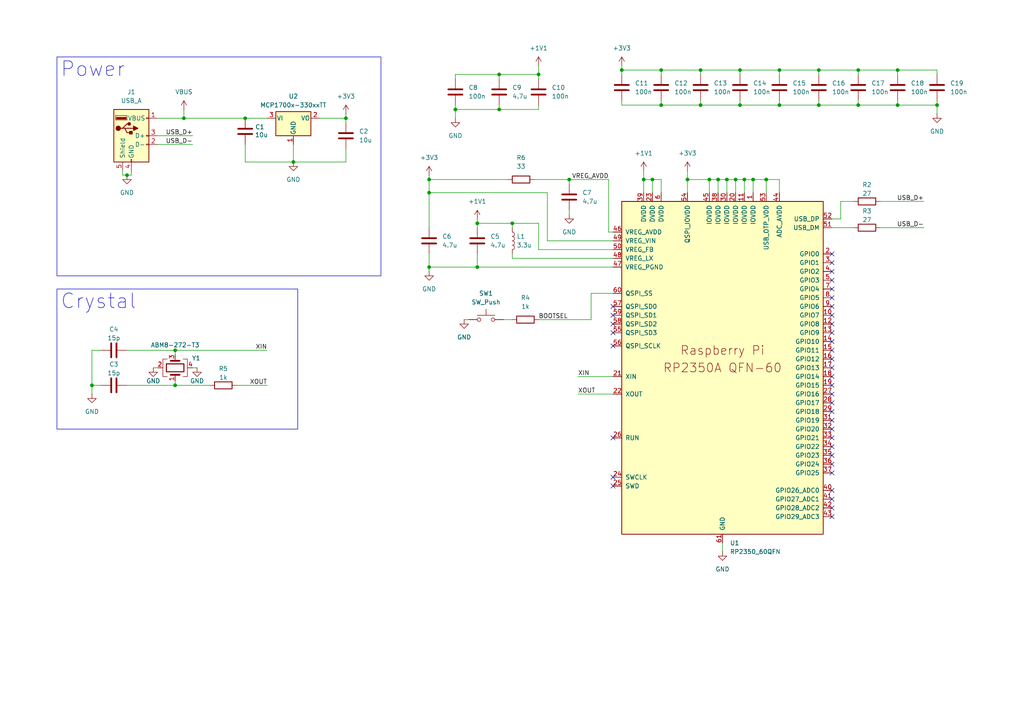
<source format=kicad_sch>
(kicad_sch (version 20250114) (generator "eeschema") (generator_version "9.0")
  (paper "A4")
  (lib_symbols
    (symbol "Connector:USB_A" (pin_names (offset 1.016))
      (property "Reference" "J" (at -5.08 11.43 0))
      (property "Value" "USB_A" (at -5.08 8.89 0))
      (symbol "USB_A_0_1"
        (rectangle (start -5.08 -7.62) (end 5.08 7.62) (stroke (width 0.254)) (fill (type background)))
        (circle (center -3.81 2.159) (radius 0.635) (stroke (width 0.254)) (fill (type outline)))
        (polyline (pts (xy -3.175 2.159) (xy -2.54 2.159) (xy -1.27 3.429) (xy -0.635 3.429)) (stroke (width 0.254)))
        (polyline (pts (xy -2.54 2.159) (xy -1.905 2.159) (xy -1.27 0.889) (xy 0 0.889)) (stroke (width 0.254)))
        (rectangle (start -1.524 4.826) (end -4.318 5.334) (fill (type outline)))
        (rectangle (start -1.27 4.572) (end -4.572 5.842))
        (circle (center -0.635 3.429) (radius 0.381) (stroke (width 0.254)) (fill (type outline)))
        (rectangle (start -0.127 -7.62) (end 0.127 -6.858))
        (rectangle (start 0.254 1.27) (end -0.508 0.508) (stroke (width 0.254)) (fill (type outline)))
        (polyline (pts (xy 0.635 2.794) (xy 0.635 1.524) (xy 1.905 2.159) (xy 0.635 2.794)) (stroke (width 0.254)) (fill (type outline)))
        (rectangle (start 5.08 4.953) (end 4.318 5.207))
        (rectangle (start 5.08 -0.127) (end 4.318 0.127))
        (rectangle (start 5.08 -2.667) (end 4.318 -2.413))
      )
      (symbol "USB_A_1_1"
        (polyline (pts (xy -1.905 2.159) (xy 0.635 2.159)) (stroke (width 0.254)))
        (pin passive line (at -2.54 -10.16 90) (length 2.54) (name "Shield") (number "5"))
        (pin power_in line (at 0 -10.16 90) (length 2.54) (name "GND") (number "4"))
        (pin power_in line (at 7.62 5.08 180) (length 2.54) (name "VBUS") (number "1"))
        (pin bidirectional line (at 7.62 0 180) (length 2.54) (name "D+") (number "3"))
        (pin bidirectional line (at 7.62 -2.54 180) (length 2.54) (name "D-") (number "2"))
      )
    )
    (symbol "Device:C" (pin_numbers (hide yes)) (pin_names (offset 0.254))
      (property "Reference" "C" (at 0.635 2.54 0))
      (property "Value" "C" (at 0.635 -2.54 0))
      (symbol "C_0_1"
        (polyline (pts (xy -2.032 0.762) (xy 2.032 0.762)) (stroke (width 0.508)))
        (polyline (pts (xy -2.032 -0.762) (xy 2.032 -0.762)) (stroke (width 0.508)))
      )
      (symbol "C_1_1"
        (pin passive line (at 0 3.81 270) (length 2.794) (name "~") (number "1"))
        (pin passive line (at 0 -3.81 90) (length 2.794) (name "~") (number "2"))
      )
    )
    (symbol "Device:Crystal_GND24" (pin_names (offset 1.016) (hide yes))
      (property "Reference" "Y" (at 3.175 5.08 0))
      (property "Value" "Crystal_GND24" (at 3.175 3.175 0))
      (symbol "Crystal_GND24_0_1"
        (polyline (pts (xy -2.54 2.286) (xy -2.54 3.556) (xy 2.54 3.556) (xy 2.54 2.286)))
        (polyline (pts (xy -2.54 0) (xy -2.032 0)))
        (polyline (pts (xy -2.54 -2.286) (xy -2.54 -3.556) (xy 2.54 -3.556) (xy 2.54 -2.286)))
        (polyline (pts (xy -2.032 -1.27) (xy -2.032 1.27)) (stroke (width 0.508)))
        (rectangle (start -1.143 2.54) (end 1.143 -2.54) (stroke (width 0.3048)))
        (polyline (pts (xy 0 3.556) (xy 0 3.81)))
        (polyline (pts (xy 0 -3.81) (xy 0 -3.556)))
        (polyline (pts (xy 2.032 0) (xy 2.54 0)))
        (polyline (pts (xy 2.032 -1.27) (xy 2.032 1.27)) (stroke (width 0.508)))
      )
      (symbol "Crystal_GND24_1_1"
        (pin passive line (at -3.81 0 0) (length 1.27) (name "1") (number "1"))
        (pin passive line (at 0 5.08 270) (length 1.27) (name "2") (number "2"))
        (pin passive line (at 0 -5.08 90) (length 1.27) (name "4") (number "4"))
        (pin passive line (at 3.81 0 180) (length 1.27) (name "3") (number "3"))
      )
    )
    (symbol "Device:L" (pin_numbers (hide yes)) (pin_names (offset 1.016) (hide yes))
      (property "Reference" "L" (at -1.27 0 90))
      (property "Value" "L" (at 1.905 0 90))
      (symbol "L_0_1"
        (arc (start 0 2.54) (mid 0.6323 1.905) (end 0 1.27))
        (arc (start 0 1.27) (mid 0.6323 0.635) (end 0 0))
        (arc (start 0 0) (mid 0.6323 -0.635) (end 0 -1.27))
        (arc (start 0 -1.27) (mid 0.6323 -1.905) (end 0 -2.54))
      )
      (symbol "L_1_1"
        (pin passive line (at 0 3.81 270) (length 1.27) (name "1") (number "1"))
        (pin passive line (at 0 -3.81 90) (length 1.27) (name "2") (number "2"))
      )
    )
    (symbol "Device:R" (pin_numbers (hide yes)) (pin_names (offset 0))
      (property "Reference" "R" (at 2.032 0 90))
      (property "Value" "R" (at 0 0 90))
      (symbol "R_0_1"
        (rectangle (start -1.016 -2.54) (end 1.016 2.54) (stroke (width 0.254)))
      )
      (symbol "R_1_1"
        (pin passive line (at 0 3.81 270) (length 1.27) (name "~") (number "1"))
        (pin passive line (at 0 -3.81 90) (length 1.27) (name "~") (number "2"))
      )
    )
    (symbol "Regulator_Linear:MCP1700x-330xxTT" (pin_names (offset 0.254))
      (property "Reference" "U" (at -3.81 3.175 0))
      (property "Value" "MCP1700x-330xxTT" (at 0 3.175 0))
      (symbol "MCP1700x-330xxTT_0_1"
        (rectangle (start -5.08 1.905) (end 5.08 -5.08) (stroke (width 0.254)) (fill (type background)))
      )
      (symbol "MCP1700x-330xxTT_1_1"
        (pin power_in line (at -7.62 0 0) (length 2.54) (name "VI") (number "3"))
        (pin power_in line (at 0 -7.62 90) (length 2.54) (name "GND") (number "1"))
        (pin power_out line (at 7.62 0 180) (length 2.54) (name "VO") (number "2"))
      )
    )
    (symbol "Switch:SW_Push" (pin_numbers (hide yes)) (pin_names (offset 1.016) (hide yes))
      (property "Reference" "SW" (at 1.27 2.54 0))
      (property "Value" "SW_Push" (at 0 -1.524 0))
      (symbol "SW_Push_0_1"
        (circle (center -2.032 0) (radius 0.508))
        (polyline (pts (xy 0 1.27) (xy 0 3.048)))
        (circle (center 2.032 0) (radius 0.508))
        (polyline (pts (xy 2.54 1.27) (xy -2.54 1.27)))
        (pin passive line (at -5.08 0 0) (length 2.54) (name "1") (number "1"))
        (pin passive line (at 5.08 0 180) (length 2.54) (name "2") (number "2"))
      )
    )
    (symbol "power:+1V1" (power) (pin_numbers (hide yes)) (pin_names (offset 0) (hide yes))
      (property "Value" "+1V1" (at 0 3.556 0))
      (symbol "+1V1_0_1"
        (polyline (pts (xy -0.762 1.27) (xy 0 2.54)))
        (polyline (pts (xy 0 2.54) (xy 0.762 1.27)))
        (polyline (pts (xy 0 0) (xy 0 2.54)))
      )
      (symbol "+1V1_1_1"
        (pin power_in line (at 0 0 90) (length 0) (name "~") (number "1"))
      )
    )
    (symbol "power:+3V3" (power) (pin_numbers (hide yes)) (pin_names (offset 0) (hide yes))
      (property "Value" "+3V3" (at 0 3.556 0))
      (symbol "+3V3_0_1"
        (polyline (pts (xy -0.762 1.27) (xy 0 2.54)))
        (polyline (pts (xy 0 2.54) (xy 0.762 1.27)))
        (polyline (pts (xy 0 0) (xy 0 2.54)))
      )
      (symbol "+3V3_1_1"
        (pin power_in line (at 0 0 90) (length 0) (name "~") (number "1"))
      )
    )
    (symbol "power:GND" (power) (pin_numbers (hide yes)) (pin_names (offset 0) (hide yes))
      (property "Value" "GND" (at 0 -3.81 0))
      (symbol "GND_0_1"
        (polyline (pts (xy 0 0) (xy 0 -1.27) (xy 1.27 -1.27) (xy 0 -2.54) (xy -1.27 -1.27) (xy 0 -1.27)))
      )
      (symbol "GND_1_1"
        (pin power_in line (at 0 0 270) (length 0) (name "~") (number "1"))
      )
    )
    (symbol "power:VBUS" (power) (pin_numbers (hide yes)) (pin_names (offset 0) (hide yes))
      (property "Value" "VBUS" (at 0 3.556 0))
      (symbol "VBUS_0_1"
        (polyline (pts (xy -0.762 1.27) (xy 0 2.54)))
        (polyline (pts (xy 0 2.54) (xy 0.762 1.27)))
        (polyline (pts (xy 0 0) (xy 0 2.54)))
      )
      (symbol "VBUS_1_1"
        (pin power_in line (at 0 0 90) (length 0) (name "~") (number "1"))
      )
    )
    (symbol "rp2350a:RP2350_60QFN" (pin_names (offset 1.016))
      (property "Reference" "U" (at -29.21 49.53 0))
      (property "Value" "RP2350_60QFN" (at 24.13 -49.53 0))
      (symbol "RP2350_60QFN_0_0"
        (text "Raspberry Pi" (at 0 5.08 0) (effects (font (size 2.54 2.54))))
      )
      (symbol "RP2350_60QFN_0_1"
        (rectangle (start 29.21 48.26) (end -29.21 -48.26) (stroke (width 0.254)) (fill (type background)))
      )
      (symbol "RP2350_60QFN_1_0"
        (text "RP2350A QFN-60" (at 0 0 0) (effects (font (size 2.54 2.54))))
      )
      (symbol "RP2350_60QFN_1_1"
        (pin power_in line (at -31.75 39.37 0) (length 2.54) (name "VREG_AVDD") (number "46"))
        (pin power_in line (at -31.75 36.83 0) (length 2.54) (name "VREG_VIN") (number "49"))
        (pin input line (at -31.75 34.29 0) (length 2.54) (name "VREG_FB") (number "50"))
        (pin power_out line (at -31.75 31.75 0) (length 2.54) (name "VREG_LX") (number "48"))
        (pin power_in line (at -31.75 29.21 0) (length 2.54) (name "VREG_PGND") (number "47"))
        (pin bidirectional line (at -31.75 21.59 0) (length 2.54) (name "QSPI_SS") (number "60"))
        (pin bidirectional line (at -31.75 17.78 0) (length 2.54) (name "QSPI_SD0") (number "57"))
        (pin bidirectional line (at -31.75 15.24 0) (length 2.54) (name "QSPI_SD1") (number "59"))
        (pin bidirectional line (at -31.75 12.7 0) (length 2.54) (name "QSPI_SD2") (number "58"))
        (pin bidirectional line (at -31.75 10.16 0) (length 2.54) (name "QSPI_SD3") (number "55"))
        (pin output line (at -31.75 6.35 0) (length 2.54) (name "QSPI_SCLK") (number "56"))
        (pin input line (at -31.75 -2.54 0) (length 2.54) (name "XIN") (number "21"))
        (pin passive line (at -31.75 -7.62 0) (length 2.54) (name "XOUT") (number "22"))
        (pin input line (at -31.75 -20.32 0) (length 2.54) (name "RUN") (number "26"))
        (pin output line (at -31.75 -31.75 0) (length 2.54) (name "SWCLK") (number "24"))
        (pin bidirectional line (at -31.75 -34.29 0) (length 2.54) (name "SWD") (number "25"))
        (pin power_in line (at -22.86 50.8 270) (length 2.54) (name "DVDD") (number "39"))
        (pin power_in line (at -20.32 50.8 270) (length 2.54) (name "DVDD") (number "23"))
        (pin power_in line (at -17.78 50.8 270) (length 2.54) (name "DVDD") (number "6"))
        (pin power_in line (at -10.16 50.8 270) (length 2.54) (name "QSPI_IOVDD") (number "54"))
        (pin power_in line (at -3.81 50.8 270) (length 2.54) (name "IOVDD") (number "45"))
        (pin power_in line (at -1.27 50.8 270) (length 2.54) (name "IOVDD") (number "38"))
        (pin power_in line (at 0 -50.8 90) (length 2.54) (name "GND") (number "61"))
        (pin power_in line (at 1.27 50.8 270) (length 2.54) (name "IOVDD") (number "30"))
        (pin power_in line (at 3.81 50.8 270) (length 2.54) (name "IOVDD") (number "20"))
        (pin power_in line (at 6.35 50.8 270) (length 2.54) (name "IOVDD") (number "11"))
        (pin power_in line (at 8.89 50.8 270) (length 2.54) (name "IOVDD") (number "1"))
        (pin power_in line (at 12.7 50.8 270) (length 2.54) (name "USB_OTP_VDD") (number "53"))
        (pin power_in line (at 16.51 50.8 270) (length 2.54) (name "ADC_AVDD") (number "44"))
        (pin bidirectional line (at 31.75 43.18 180) (length 2.54) (name "USB_DP") (number "52"))
        (pin bidirectional line (at 31.75 40.64 180) (length 2.54) (name "USB_DM") (number "51"))
        (pin bidirectional line (at 31.75 33.02 180) (length 2.54) (name "GPIO0") (number "2"))
        (pin bidirectional line (at 31.75 30.48 180) (length 2.54) (name "GPIO1") (number "3"))
        (pin bidirectional line (at 31.75 27.94 180) (length 2.54) (name "GPIO2") (number "4"))
        (pin bidirectional line (at 31.75 25.4 180) (length 2.54) (name "GPIO3") (number "5"))
        (pin bidirectional line (at 31.75 22.86 180) (length 2.54) (name "GPIO4") (number "7"))
        (pin bidirectional line (at 31.75 20.32 180) (length 2.54) (name "GPIO5") (number "8"))
        (pin bidirectional line (at 31.75 17.78 180) (length 2.54) (name "GPIO6") (number "9"))
        (pin bidirectional line (at 31.75 15.24 180) (length 2.54) (name "GPIO7") (number "10"))
        (pin bidirectional line (at 31.75 12.7 180) (length 2.54) (name "GPIO8") (number "12"))
        (pin bidirectional line (at 31.75 10.16 180) (length 2.54) (name "GPIO9") (number "13"))
        (pin bidirectional line (at 31.75 7.62 180) (length 2.54) (name "GPIO10") (number "14"))
        (pin bidirectional line (at 31.75 5.08 180) (length 2.54) (name "GPIO11") (number "15"))
        (pin bidirectional line (at 31.75 2.54 180) (length 2.54) (name "GPIO12") (number "16"))
        (pin bidirectional line (at 31.75 0 180) (length 2.54) (name "GPIO13") (number "17"))
        (pin bidirectional line (at 31.75 -2.54 180) (length 2.54) (name "GPIO14") (number "18"))
        (pin bidirectional line (at 31.75 -5.08 180) (length 2.54) (name "GPIO15") (number "19"))
        (pin bidirectional line (at 31.75 -7.62 180) (length 2.54) (name "GPIO16") (number "27"))
        (pin bidirectional line (at 31.75 -10.16 180) (length 2.54) (name "GPIO17") (number "28"))
        (pin bidirectional line (at 31.75 -12.7 180) (length 2.54) (name "GPIO18") (number "29"))
        (pin bidirectional line (at 31.75 -15.24 180) (length 2.54) (name "GPIO19") (number "31"))
        (pin bidirectional line (at 31.75 -17.78 180) (length 2.54) (name "GPIO20") (number "32"))
        (pin bidirectional line (at 31.75 -20.32 180) (length 2.54) (name "GPIO21") (number "33"))
        (pin bidirectional line (at 31.75 -22.86 180) (length 2.54) (name "GPIO22") (number "34"))
        (pin bidirectional line (at 31.75 -25.4 180) (length 2.54) (name "GPIO23") (number "35"))
        (pin bidirectional line (at 31.75 -27.94 180) (length 2.54) (name "GPIO24") (number "36"))
        (pin bidirectional line (at 31.75 -30.48 180) (length 2.54) (name "GPIO25") (number "37"))
        (pin bidirectional line (at 31.75 -35.56 180) (length 2.54) (name "GPIO26_ADC0") (number "40"))
        (pin bidirectional line (at 31.75 -38.1 180) (length 2.54) (name "GPIO27_ADC1") (number "41"))
        (pin bidirectional line (at 31.75 -40.64 180) (length 2.54) (name "GPIO28_ADC2") (number "42"))
        (pin bidirectional line (at 31.75 -43.18 180) (length 2.54) (name "GPIO29_ADC3") (number "43"))
      )
    )
  )
  (text_box "Crystal" (at 16.51 83.82 0) (size 69.85 40.64) (margins 0.9525 0.9525 0.9525 0.9525) (effects (font (size 4.2418 4.2418)) (justify left top)))
  (text_box "Power\n" (at 16.51 16.51 0) (size 93.98 63.5) (margins 0.9525 0.9525 0.9525 0.9525) (effects (font (size 4.2418 4.2418)) (justify left top)))
  (junction (at 222.25 52.07))
  (junction (at 124.46 55.88))
  (junction (at 36.83 50.8))
  (junction (at 260.35 20.32))
  (junction (at 100.33 34.29))
  (junction (at 237.49 20.32))
  (junction (at 124.46 77.47))
  (junction (at 191.77 30.48))
  (junction (at 226.06 30.48))
  (junction (at 71.12 34.29))
  (junction (at 203.2 30.48))
  (junction (at 260.35 30.48))
  (junction (at 189.23 52.07))
  (junction (at 180.34 20.32))
  (junction (at 50.8 111.76))
  (junction (at 53.34 34.29))
  (junction (at 226.06 20.32))
  (junction (at 199.39 52.07))
  (junction (at 144.78 21.59))
  (junction (at 165.1 52.07))
  (junction (at 138.43 77.47))
  (junction (at 205.74 52.07))
  (junction (at 214.63 30.48))
  (junction (at 214.63 20.32))
  (junction (at 271.78 30.48))
  (junction (at 156.21 21.59))
  (junction (at 210.82 52.07))
  (junction (at 203.2 20.32))
  (junction (at 213.36 52.07))
  (junction (at 248.92 20.32))
  (junction (at 248.92 30.48))
  (junction (at 144.78 31.75))
  (junction (at 186.69 52.07))
  (junction (at 237.49 30.48))
  (junction (at 85.09 46.99))
  (junction (at 148.59 64.77))
  (junction (at 50.8 101.6))
  (junction (at 138.43 64.77))
  (junction (at 215.9 52.07))
  (junction (at 132.08 31.75))
  (junction (at 124.46 52.07))
  (junction (at 218.44 52.07))
  (junction (at 26.67 111.76))
  (junction (at 191.77 20.32))
  (junction (at 208.28 52.07))
  (no_connect (at 177.8 100.33))
  (no_connect (at 241.3 83.82))
  (no_connect (at 241.3 134.62))
  (no_connect (at 241.3 78.74))
  (no_connect (at 241.3 96.52))
  (no_connect (at 241.3 93.98))
  (no_connect (at 241.3 91.44))
  (no_connect (at 177.8 138.43))
  (no_connect (at 241.3 101.6))
  (no_connect (at 177.8 88.9))
  (no_connect (at 241.3 114.3))
  (no_connect (at 241.3 99.06))
  (no_connect (at 177.8 93.98))
  (no_connect (at 241.3 116.84))
  (no_connect (at 177.8 91.44))
  (no_connect (at 241.3 104.14))
  (no_connect (at 241.3 129.54))
  (no_connect (at 241.3 144.78))
  (no_connect (at 241.3 127))
  (no_connect (at 241.3 73.66))
  (no_connect (at 241.3 142.24))
  (no_connect (at 241.3 111.76))
  (no_connect (at 241.3 137.16))
  (no_connect (at 241.3 119.38))
  (no_connect (at 241.3 86.36))
  (no_connect (at 241.3 109.22))
  (no_connect (at 241.3 124.46))
  (no_connect (at 241.3 81.28))
  (no_connect (at 241.3 121.92))
  (no_connect (at 177.8 127))
  (no_connect (at 177.8 96.52))
  (no_connect (at 241.3 149.86))
  (no_connect (at 177.8 140.97))
  (no_connect (at 241.3 76.2))
  (no_connect (at 241.3 147.32))
  (no_connect (at 241.3 106.68))
  (no_connect (at 241.3 88.9))
  (no_connect (at 241.3 132.08))
  (wire (pts (xy 92.71 34.29) (xy 100.33 34.29)))
  (wire (pts (xy 191.77 30.48) (xy 191.77 29.21)))
  (wire (pts (xy 148.59 64.77) (xy 156.21 64.77)))
  (wire (pts (xy 138.43 64.77) (xy 148.59 64.77)))
  (wire (pts (xy 156.21 19.05) (xy 156.21 21.59)))
  (wire (pts (xy 226.06 30.48) (xy 226.06 29.21)))
  (wire (pts (xy 191.77 20.32) (xy 203.2 20.32)))
  (wire (pts (xy 138.43 73.66) (xy 138.43 77.47)))
  (wire (pts (xy 36.83 111.76) (xy 50.8 111.76)))
  (wire (pts (xy 100.33 43.18) (xy 100.33 46.99)))
  (wire (pts (xy 100.33 34.29) (xy 100.33 35.56)))
  (wire (pts (xy 199.39 49.53) (xy 199.39 52.07)))
  (wire (pts (xy 237.49 30.48) (xy 237.49 29.21)))
  (wire (pts (xy 180.34 20.32) (xy 180.34 21.59)))
  (wire (pts (xy 167.64 109.22) (xy 177.8 109.22)))
  (wire (pts (xy 144.78 21.59) (xy 144.78 22.86)))
  (wire (pts (xy 71.12 34.29) (xy 77.47 34.29)))
  (wire (pts (xy 156.21 64.77) (xy 156.21 72.39)))
  (wire (pts (xy 57.15 106.68) (xy 55.88 106.68)))
  (wire (pts (xy 132.08 22.86) (xy 132.08 21.59)))
  (wire (pts (xy 132.08 31.75) (xy 132.08 34.29)))
  (wire (pts (xy 144.78 31.75) (xy 156.21 31.75)))
  (wire (pts (xy 214.63 30.48) (xy 214.63 29.21)))
  (wire (pts (xy 205.74 52.07) (xy 199.39 52.07)))
  (wire (pts (xy 26.67 101.6) (xy 29.21 101.6)))
  (wire (pts (xy 124.46 52.07) (xy 124.46 55.88)))
  (wire (pts (xy 50.8 102.87) (xy 50.8 101.6)))
  (wire (pts (xy 205.74 52.07) (xy 205.74 55.88)))
  (wire (pts (xy 218.44 52.07) (xy 218.44 55.88)))
  (wire (pts (xy 156.21 72.39) (xy 177.8 72.39)))
  (wire (pts (xy 226.06 20.32) (xy 226.06 21.59)))
  (wire (pts (xy 237.49 20.32) (xy 248.92 20.32)))
  (wire (pts (xy 50.8 110.49) (xy 50.8 111.76)))
  (wire (pts (xy 138.43 77.47) (xy 177.8 77.47)))
  (wire (pts (xy 191.77 52.07) (xy 191.77 55.88)))
  (wire (pts (xy 134.62 92.71) (xy 135.89 92.71)))
  (wire (pts (xy 148.59 74.93) (xy 177.8 74.93)))
  (wire (pts (xy 260.35 20.32) (xy 260.35 21.59)))
  (wire (pts (xy 156.21 21.59) (xy 156.21 22.86)))
  (wire (pts (xy 29.21 111.76) (xy 26.67 111.76)))
  (wire (pts (xy 213.36 52.07) (xy 213.36 55.88)))
  (wire (pts (xy 241.3 63.5) (xy 243.84 63.5)))
  (wire (pts (xy 132.08 30.48) (xy 132.08 31.75)))
  (wire (pts (xy 144.78 21.59) (xy 156.21 21.59)))
  (wire (pts (xy 203.2 30.48) (xy 214.63 30.48)))
  (wire (pts (xy 50.8 101.6) (xy 77.47 101.6)))
  (wire (pts (xy 191.77 30.48) (xy 203.2 30.48)))
  (wire (pts (xy 26.67 111.76) (xy 26.67 101.6)))
  (wire (pts (xy 50.8 111.76) (xy 60.96 111.76)))
  (wire (pts (xy 165.1 52.07) (xy 165.1 53.34)))
  (wire (pts (xy 26.67 111.76) (xy 26.67 114.3)))
  (wire (pts (xy 124.46 77.47) (xy 138.43 77.47)))
  (wire (pts (xy 209.55 157.48) (xy 209.55 160.02)))
  (wire (pts (xy 138.43 63.5) (xy 138.43 64.77)))
  (wire (pts (xy 132.08 21.59) (xy 144.78 21.59)))
  (wire (pts (xy 35.56 50.8) (xy 36.83 50.8)))
  (wire (pts (xy 180.34 20.32) (xy 191.77 20.32)))
  (wire (pts (xy 180.34 30.48) (xy 180.34 29.21)))
  (wire (pts (xy 124.46 50.8) (xy 124.46 52.07)))
  (wire (pts (xy 189.23 52.07) (xy 189.23 55.88)))
  (wire (pts (xy 156.21 92.71) (xy 171.45 92.71)))
  (wire (pts (xy 186.69 49.53) (xy 186.69 52.07)))
  (wire (pts (xy 210.82 52.07) (xy 210.82 55.88)))
  (wire (pts (xy 132.08 31.75) (xy 144.78 31.75)))
  (wire (pts (xy 248.92 30.48) (xy 248.92 29.21)))
  (wire (pts (xy 248.92 20.32) (xy 248.92 21.59)))
  (wire (pts (xy 255.27 58.42) (xy 267.97 58.42)))
  (wire (pts (xy 158.75 69.85) (xy 177.8 69.85)))
  (wire (pts (xy 53.34 31.75) (xy 53.34 34.29)))
  (wire (pts (xy 214.63 20.32) (xy 226.06 20.32)))
  (wire (pts (xy 38.1 50.8) (xy 38.1 49.53)))
  (wire (pts (xy 124.46 77.47) (xy 124.46 78.74)))
  (wire (pts (xy 260.35 30.48) (xy 260.35 29.21)))
  (wire (pts (xy 226.06 20.32) (xy 237.49 20.32)))
  (wire (pts (xy 100.33 46.99) (xy 85.09 46.99)))
  (wire (pts (xy 237.49 20.32) (xy 237.49 21.59)))
  (wire (pts (xy 180.34 19.05) (xy 180.34 20.32)))
  (wire (pts (xy 165.1 52.07) (xy 176.53 52.07)))
  (wire (pts (xy 186.69 52.07) (xy 189.23 52.07)))
  (wire (pts (xy 215.9 52.07) (xy 213.36 52.07)))
  (wire (pts (xy 45.72 34.29) (xy 53.34 34.29)))
  (wire (pts (xy 248.92 30.48) (xy 260.35 30.48)))
  (wire (pts (xy 36.83 101.6) (xy 50.8 101.6)))
  (wire (pts (xy 165.1 60.96) (xy 165.1 62.23)))
  (wire (pts (xy 248.92 20.32) (xy 260.35 20.32)))
  (wire (pts (xy 241.3 66.04) (xy 247.65 66.04)))
  (wire (pts (xy 271.78 20.32) (xy 271.78 21.59)))
  (wire (pts (xy 186.69 52.07) (xy 186.69 55.88)))
  (wire (pts (xy 44.45 106.68) (xy 45.72 106.68)))
  (wire (pts (xy 199.39 52.07) (xy 199.39 55.88)))
  (wire (pts (xy 189.23 52.07) (xy 191.77 52.07)))
  (wire (pts (xy 148.59 64.77) (xy 148.59 66.04)))
  (wire (pts (xy 222.25 52.07) (xy 222.25 55.88)))
  (wire (pts (xy 148.59 73.66) (xy 148.59 74.93)))
  (wire (pts (xy 144.78 30.48) (xy 144.78 31.75)))
  (wire (pts (xy 218.44 52.07) (xy 215.9 52.07)))
  (wire (pts (xy 68.58 111.76) (xy 77.47 111.76)))
  (wire (pts (xy 100.33 33.02) (xy 100.33 34.29)))
  (wire (pts (xy 171.45 85.09) (xy 171.45 92.71)))
  (wire (pts (xy 226.06 52.07) (xy 222.25 52.07)))
  (wire (pts (xy 124.46 52.07) (xy 147.32 52.07)))
  (wire (pts (xy 255.27 66.04) (xy 267.97 66.04)))
  (wire (pts (xy 124.46 66.04) (xy 124.46 55.88)))
  (wire (pts (xy 213.36 52.07) (xy 210.82 52.07)))
  (wire (pts (xy 271.78 30.48) (xy 271.78 29.21)))
  (wire (pts (xy 138.43 64.77) (xy 138.43 66.04)))
  (wire (pts (xy 45.72 41.91) (xy 55.88 41.91)))
  (wire (pts (xy 260.35 30.48) (xy 271.78 30.48)))
  (wire (pts (xy 35.56 50.8) (xy 35.56 49.53)))
  (wire (pts (xy 53.34 34.29) (xy 71.12 34.29)))
  (wire (pts (xy 171.45 85.09) (xy 177.8 85.09)))
  (wire (pts (xy 226.06 52.07) (xy 226.06 55.88)))
  (wire (pts (xy 271.78 30.48) (xy 271.78 33.02)))
  (wire (pts (xy 203.2 30.48) (xy 203.2 29.21)))
  (wire (pts (xy 243.84 58.42) (xy 247.65 58.42)))
  (wire (pts (xy 36.83 50.8) (xy 38.1 50.8)))
  (wire (pts (xy 154.94 52.07) (xy 165.1 52.07)))
  (wire (pts (xy 158.75 55.88) (xy 158.75 69.85)))
  (wire (pts (xy 167.64 114.3) (xy 177.8 114.3)))
  (wire (pts (xy 191.77 20.32) (xy 191.77 21.59)))
  (wire (pts (xy 176.53 67.31) (xy 177.8 67.31)))
  (wire (pts (xy 156.21 30.48) (xy 156.21 31.75)))
  (wire (pts (xy 203.2 20.32) (xy 203.2 21.59)))
  (wire (pts (xy 180.34 30.48) (xy 191.77 30.48)))
  (wire (pts (xy 124.46 55.88) (xy 158.75 55.88)))
  (wire (pts (xy 260.35 20.32) (xy 271.78 20.32)))
  (wire (pts (xy 203.2 20.32) (xy 214.63 20.32)))
  (wire (pts (xy 124.46 73.66) (xy 124.46 77.47)))
  (wire (pts (xy 71.12 46.99) (xy 85.09 46.99)))
  (wire (pts (xy 176.53 52.07) (xy 176.53 67.31)))
  (wire (pts (xy 146.05 92.71) (xy 148.59 92.71)))
  (wire (pts (xy 85.09 41.91) (xy 85.09 46.99)))
  (wire (pts (xy 215.9 52.07) (xy 215.9 55.88)))
  (wire (pts (xy 237.49 30.48) (xy 248.92 30.48)))
  (wire (pts (xy 226.06 30.48) (xy 237.49 30.48)))
  (wire (pts (xy 208.28 52.07) (xy 208.28 55.88)))
  (wire (pts (xy 210.82 52.07) (xy 208.28 52.07)))
  (wire (pts (xy 214.63 30.48) (xy 226.06 30.48)))
  (wire (pts (xy 243.84 63.5) (xy 243.84 58.42)))
  (wire (pts (xy 222.25 52.07) (xy 218.44 52.07)))
  (wire (pts (xy 45.72 39.37) (xy 55.88 39.37)))
  (wire (pts (xy 71.12 41.91) (xy 71.12 46.99)))
  (wire (pts (xy 208.28 52.07) (xy 205.74 52.07)))
  (wire (pts (xy 214.63 20.32) (xy 214.63 21.59)))
  (label "USB_D-" (at 55.88 41.91 180))
  (label "XOUT" (at 77.47 111.76 180))
  (label "USB_D+" (at 55.88 39.37 180))
  (label "USB_D-" (at 267.97 66.04 180))
  (label "USB_D+" (at 267.97 58.42 180))
  (label "BOOTSEL" (at 156.21 92.71 0))
  (label "XIN" (at 167.64 109.22 0))
  (label "XOUT" (at 167.64 114.3 0))
  (label "XIN" (at 77.47 101.6 180))
  (label "VREG_AVDD" (at 176.53 52.07 180))
  (symbol (lib_id "power:+3V3") (at 100.33 33.02 0) (unit 1)
    (property "Reference" "#PWR03" (effects (hide yes)))
    (property "Value" "+3V3" (at 100.33 27.94 0))
    (property "Description" "Power symbol creates a global label with name \"+3V3\"" (effects (hide yes)))
  )
  (symbol (lib_id "power:+1V1") (at 138.43 63.5 0) (unit 1)
    (property "Reference" "#PWR014" (effects (hide yes)))
    (property "Value" "+1V1" (at 138.43 58.42 0))
    (property "Description" "Power symbol creates a global label with name \"+1V1\"" (effects (hide yes)))
  )
  (symbol (lib_id "Device:R") (at 151.13 52.07 270) (unit 1)
    (property "Reference" "R6" (at 151.13 45.72 90))
    (property "Value" "33" (at 151.13 48.26 90))
    (property "Footprint" "Resistor_SMD:R_0402_1005Metric" (effects (hide yes)))
    (property "Description" "Resistor" (effects (hide yes)))
  )
  (symbol (lib_id "Device:C") (at 214.63 25.4 0) (unit 1)
    (property "Reference" "C14" (at 218.44 24.1299 0) (effects (justify left)))
    (property "Value" "100n" (at 218.44 26.6699 0) (effects (justify left)))
    (property "Footprint" "Capacitor_SMD:C_0402_1005Metric" (effects (hide yes)))
    (property "Description" "Unpolarized capacitor" (effects (hide yes)))
  )
  (symbol (lib_id "Device:C") (at 237.49 25.4 0) (unit 1)
    (property "Reference" "C16" (at 241.3 24.1299 0) (effects (justify left)))
    (property "Value" "100n" (at 241.3 26.6699 0) (effects (justify left)))
    (property "Footprint" "Capacitor_SMD:C_0402_1005Metric" (effects (hide yes)))
    (property "Description" "Unpolarized capacitor" (effects (hide yes)))
  )
  (symbol (lib_id "Device:C") (at 226.06 25.4 0) (unit 1)
    (property "Reference" "C15" (at 229.87 24.1299 0) (effects (justify left)))
    (property "Value" "100n" (at 229.87 26.6699 0) (effects (justify left)))
    (property "Footprint" "Capacitor_SMD:C_0402_1005Metric" (effects (hide yes)))
    (property "Description" "Unpolarized capacitor" (effects (hide yes)))
  )
  (symbol (lib_id "Device:C") (at 248.92 25.4 0) (unit 1)
    (property "Reference" "C17" (at 252.73 24.1299 0) (effects (justify left)))
    (property "Value" "100n" (at 252.73 26.6699 0) (effects (justify left)))
    (property "Footprint" "Capacitor_SMD:C_0402_1005Metric" (effects (hide yes)))
    (property "Description" "Unpolarized capacitor" (effects (hide yes)))
  )
  (symbol (lib_id "Device:C") (at 71.12 38.1 180) (unit 1)
    (property "Reference" "C1" (at 76.708 36.83 0) (effects (justify left)))
    (property "Value" "10u" (at 77.724 39.116 0) (effects (justify left)))
    (property "Footprint" "Capacitor_SMD:C_0603_1608Metric" (effects (hide yes)))
    (property "Description" "Unpolarized capacitor" (effects (hide yes)))
  )
  (symbol (lib_id "Device:R") (at 251.46 58.42 90) (unit 1)
    (property "Reference" "R2" (at 251.46 53.594 90))
    (property "Value" "27" (at 251.46 56.134 90))
    (property "Footprint" "Resistor_SMD:R_0402_1005Metric" (effects (hide yes)))
    (property "Description" "Resistor" (effects (hide yes)))
  )
  (symbol (lib_id "power:GND") (at 134.62 92.71 0) (unit 1)
    (property "Reference" "#PWR010" (effects (hide yes)))
    (property "Value" "GND" (at 134.62 97.79 0))
    (property "Description" "Power symbol creates a global label with name \"GND\" , ground" (effects (hide yes)))
  )
  (symbol (lib_id "power:+1V1") (at 186.69 49.53 0) (unit 1)
    (property "Reference" "#PWR06" (effects (hide yes)))
    (property "Value" "+1V1" (at 186.69 44.45 0))
    (property "Description" "Power symbol creates a global label with name \"+1V1\"" (effects (hide yes)))
  )
  (symbol (lib_id "Device:C") (at 100.33 39.37 0) (unit 1)
    (property "Reference" "C2" (at 104.14 38.0999 0) (effects (justify left)))
    (property "Value" "10u" (at 104.14 40.6399 0) (effects (justify left)))
    (property "Footprint" "Capacitor_SMD:C_0603_1608Metric" (effects (hide yes)))
    (property "Description" "Unpolarized capacitor" (effects (hide yes)))
  )
  (symbol (lib_id "power:VBUS") (at 53.34 31.75 0) (unit 1)
    (property "Reference" "#PWR02" (effects (hide yes)))
    (property "Value" "VBUS" (at 53.34 26.67 0))
    (property "Description" "Power symbol creates a global label with name \"VBUS\"" (effects (hide yes)))
  )
  (symbol (lib_id "Device:Crystal_GND24") (at 50.8 106.68 90) (unit 1)
    (property "Reference" "Y1" (at 56.896 103.886 90))
    (property "Value" "ABM8-272-T3" (at 50.8 100.076 90))
    (property "Footprint" "Crystal:Crystal_SMD_3225-4Pin_3.2x2.5mm" (effects (hide yes)))
    (property "Description" "Four pin crystal, GND on pins 2 and 4" (effects (hide yes)))
  )
  (symbol (lib_id "power:GND") (at 44.45 106.68 0) (unit 1)
    (property "Reference" "#PWR012" (effects (hide yes)))
    (property "Value" "GND" (at 44.45 110.49 0))
    (property "Description" "Power symbol creates a global label with name \"GND\" , ground" (effects (hide yes)))
  )
  (symbol (lib_id "Device:C") (at 132.08 26.67 0) (unit 1)
    (property "Reference" "C8" (at 135.89 25.3999 0) (effects (justify left)))
    (property "Value" "100n" (at 135.89 27.9399 0) (effects (justify left)))
    (property "Footprint" "Capacitor_SMD:C_0402_1005Metric" (effects (hide yes)))
    (property "Description" "Unpolarized capacitor" (effects (hide yes)))
  )
  (symbol (lib_id "power:GND") (at 26.67 114.3 0) (unit 1)
    (property "Reference" "#PWR011" (effects (hide yes)))
    (property "Value" "GND" (at 26.67 119.38 0))
    (property "Description" "Power symbol creates a global label with name \"GND\" , ground" (effects (hide yes)))
  )
  (symbol (lib_id "power:GND") (at 209.55 160.02 0) (unit 1)
    (property "Reference" "#PWR08" (effects (hide yes)))
    (property "Value" "GND" (at 209.55 165.1 0))
    (property "Description" "Power symbol creates a global label with name \"GND\" , ground" (effects (hide yes)))
  )
  (symbol (lib_id "power:+3V3") (at 199.39 49.53 0) (unit 1)
    (property "Reference" "#PWR05" (effects (hide yes)))
    (property "Value" "+3V3" (at 199.39 44.45 0))
    (property "Description" "Power symbol creates a global label with name \"+3V3\"" (effects (hide yes)))
  )
  (symbol (lib_id "power:GND") (at 271.78 33.02 0) (unit 1)
    (property "Reference" "#PWR020" (effects (hide yes)))
    (property "Value" "GND" (at 271.78 38.1 0))
    (property "Description" "Power symbol creates a global label with name \"GND\" , ground" (effects (hide yes)))
  )
  (symbol (lib_id "Device:C") (at 33.02 111.76 270) (unit 1)
    (property "Reference" "C3" (at 33.02 105.664 90))
    (property "Value" "15p" (at 33.02 108.204 90))
    (property "Footprint" "Capacitor_SMD:C_0402_1005Metric" (effects (hide yes)))
    (property "Description" "Unpolarized capacitor" (effects (hide yes)))
  )
  (symbol (lib_id "Device:C") (at 33.02 101.6 270) (unit 1)
    (property "Reference" "C4" (at 33.02 95.504 90))
    (property "Value" "15p" (at 33.02 98.044 90))
    (property "Footprint" "Capacitor_SMD:C_0402_1005Metric" (effects (hide yes)))
    (property "Description" "Unpolarized capacitor" (effects (hide yes)))
  )
  (symbol (lib_id "Switch:SW_Push") (at 140.97 92.71 0) (unit 1)
    (property "Reference" "SW1" (at 140.97 85.09 0))
    (property "Value" "SW_Push" (at 140.97 87.63 0))
    (property "Footprint" "Button_Switch_SMD:SW_Push_SPST_NO_Alps_SKRK" (effects (hide yes)))
    (property "Description" "Push button switch, generic, two pins" (effects (hide yes)))
  )
  (symbol (lib_id "Device:C") (at 271.78 25.4 0) (unit 1)
    (property "Reference" "C19" (at 275.59 24.1299 0) (effects (justify left)))
    (property "Value" "100n" (at 275.59 26.6699 0) (effects (justify left)))
    (property "Footprint" "Capacitor_SMD:C_0402_1005Metric" (effects (hide yes)))
    (property "Description" "Unpolarized capacitor" (effects (hide yes)))
  )
  (symbol (lib_id "power:+3V3") (at 180.34 19.05 0) (unit 1)
    (property "Reference" "#PWR019" (effects (hide yes)))
    (property "Value" "+3V3" (at 180.34 13.97 0))
    (property "Description" "Power symbol creates a global label with name \"+3V3\"" (effects (hide yes)))
  )
  (symbol (lib_id "Device:C") (at 165.1 57.15 0) (unit 1)
    (property "Reference" "C7" (at 168.91 55.8799 0) (effects (justify left)))
    (property "Value" "4.7u" (at 168.91 58.4199 0) (effects (justify left)))
    (property "Footprint" "Capacitor_SMD:C_0402_1005Metric" (effects (hide yes)))
    (property "Description" "Unpolarized capacitor" (effects (hide yes)))
  )
  (symbol (lib_id "power:GND") (at 57.15 106.68 0) (unit 1)
    (property "Reference" "#PWR013" (effects (hide yes)))
    (property "Value" "GND" (at 57.15 110.49 0))
    (property "Description" "Power symbol creates a global label with name \"GND\" , ground" (effects (hide yes)))
  )
  (symbol (lib_id "Device:R") (at 64.77 111.76 270) (unit 1)
    (property "Reference" "R5" (at 64.77 106.934 90))
    (property "Value" "1k" (at 64.77 109.474 90))
    (property "Footprint" "Resistor_SMD:R_0402_1005Metric" (effects (hide yes)))
    (property "Description" "Resistor" (effects (hide yes)))
  )
  (symbol (lib_id "Device:C") (at 260.35 25.4 0) (unit 1)
    (property "Reference" "C18" (at 264.16 24.1299 0) (effects (justify left)))
    (property "Value" "100n" (at 264.16 26.6699 0) (effects (justify left)))
    (property "Footprint" "Capacitor_SMD:C_0402_1005Metric" (effects (hide yes)))
    (property "Description" "Unpolarized capacitor" (effects (hide yes)))
  )
  (symbol (lib_id "power:GND") (at 132.08 34.29 0) (unit 1)
    (property "Reference" "#PWR017" (effects (hide yes)))
    (property "Value" "GND" (at 132.08 39.37 0))
    (property "Description" "Power symbol creates a global label with name \"GND\" , ground" (effects (hide yes)))
  )
  (symbol (lib_id "Device:L") (at 148.59 69.85 0) (unit 1)
    (property "Reference" "L1" (at 149.86 68.5799 0) (effects (justify left)))
    (property "Value" "3.3u" (at 149.86 71.1199 0) (effects (justify left)))
    (property "Footprint" "Capacitor_SMD:C_0402_1005Metric" (effects (hide yes)))
    (property "Description" "Inductor" (effects (hide yes)))
  )
  (symbol (lib_id "rp2350a:RP2350_60QFN") (at 209.55 106.68 0) (unit 1)
    (property "Reference" "U1" (at 211.6933 157.48 0) (effects (justify left)))
    (property "Value" "RP2350_60QFN" (at 211.6933 160.02 0) (effects (justify left)))
    (property "Footprint" "RP2350_60QFN_minimal:RP2350-QFN-60-1EP_7x7_P0.4mm_EP3.4x3.4mm_ThermalVias" (effects (hide yes)))
  )
  (symbol (lib_id "Connector:USB_A") (at 38.1 39.37 0) (unit 1)
    (property "Reference" "J1" (at 38.1 26.67 0))
    (property "Value" "USB_A" (at 38.1 29.21 0))
    (property "Footprint" "Connector_USB:USB_A_Molex_48037-2200_Horizontal" (effects (hide yes)))
    (property "Description" "USB Type A connector" (effects (hide yes)))
  )
  (symbol (lib_id "power:GND") (at 165.1 62.23 0) (unit 1)
    (property "Reference" "#PWR016" (effects (hide yes)))
    (property "Value" "GND" (at 165.1 67.31 0))
    (property "Description" "Power symbol creates a global label with name \"GND\" , ground" (effects (hide yes)))
  )
  (symbol (lib_id "Device:C") (at 124.46 69.85 0) (unit 1)
    (property "Reference" "C6" (at 128.27 68.5799 0) (effects (justify left)))
    (property "Value" "4.7u" (at 128.27 71.1199 0) (effects (justify left)))
    (property "Footprint" "Capacitor_SMD:C_0402_1005Metric" (effects (hide yes)))
    (property "Description" "Unpolarized capacitor" (effects (hide yes)))
  )
  (symbol (lib_id "power:GND") (at 124.46 78.74 0) (unit 1)
    (property "Reference" "#PWR09" (effects (hide yes)))
    (property "Value" "GND" (at 124.46 83.82 0))
    (property "Description" "Power symbol creates a global label with name \"GND\" , ground" (effects (hide yes)))
  )
  (symbol (lib_id "Device:C") (at 144.78 26.67 0) (unit 1)
    (property "Reference" "C9" (at 148.59 25.3999 0) (effects (justify left)))
    (property "Value" "4.7u" (at 148.59 27.9399 0) (effects (justify left)))
    (property "Footprint" "Capacitor_SMD:C_0402_1005Metric" (effects (hide yes)))
    (property "Description" "Unpolarized capacitor" (effects (hide yes)))
  )
  (symbol (lib_id "power:GND") (at 85.09 46.99 0) (unit 1)
    (property "Reference" "#PWR04" (effects (hide yes)))
    (property "Value" "GND" (at 85.09 52.07 0))
    (property "Description" "Power symbol creates a global label with name \"GND\" , ground" (effects (hide yes)))
  )
  (symbol (lib_id "power:+3V3") (at 124.46 50.8 0) (unit 1)
    (property "Reference" "#PWR015" (effects (hide yes)))
    (property "Value" "+3V3" (at 124.46 45.72 0))
    (property "Description" "Power symbol creates a global label with name \"+3V3\"" (effects (hide yes)))
  )
  (symbol (lib_id "Device:C") (at 203.2 25.4 0) (unit 1)
    (property "Reference" "C13" (at 207.01 24.1299 0) (effects (justify left)))
    (property "Value" "100n" (at 207.01 26.6699 0) (effects (justify left)))
    (property "Footprint" "Capacitor_SMD:C_0402_1005Metric" (effects (hide yes)))
    (property "Description" "Unpolarized capacitor" (effects (hide yes)))
  )
  (symbol (lib_id "power:GND") (at 36.83 50.8 0) (unit 1)
    (property "Reference" "#PWR01" (effects (hide yes)))
    (property "Value" "GND" (at 36.83 55.88 0))
    (property "Description" "Power symbol creates a global label with name \"GND\" , ground" (effects (hide yes)))
  )
  (symbol (lib_id "Device:C") (at 180.34 25.4 0) (unit 1)
    (property "Reference" "C11" (at 184.15 24.1299 0) (effects (justify left)))
    (property "Value" "100n" (at 184.15 26.6699 0) (effects (justify left)))
    (property "Footprint" "Capacitor_SMD:C_0402_1005Metric" (effects (hide yes)))
    (property "Description" "Unpolarized capacitor" (effects (hide yes)))
  )
  (symbol (lib_id "Device:C") (at 156.21 26.67 0) (unit 1)
    (property "Reference" "C10" (at 160.02 25.3999 0) (effects (justify left)))
    (property "Value" "100n" (at 160.02 27.9399 0) (effects (justify left)))
    (property "Footprint" "Capacitor_SMD:C_0402_1005Metric" (effects (hide yes)))
    (property "Description" "Unpolarized capacitor" (effects (hide yes)))
  )
  (symbol (lib_id "power:+1V1") (at 156.21 19.05 0) (unit 1)
    (property "Reference" "#PWR018" (effects (hide yes)))
    (property "Value" "+1V1" (at 156.21 13.97 0))
    (property "Description" "Power symbol creates a global label with name \"+1V1\"" (effects (hide yes)))
  )
  (symbol (lib_id "Device:C") (at 138.43 69.85 0) (unit 1)
    (property "Reference" "C5" (at 142.24 68.5799 0) (effects (justify left)))
    (property "Value" "4.7u" (at 142.24 71.1199 0) (effects (justify left)))
    (property "Footprint" "Capacitor_SMD:C_0402_1005Metric" (effects (hide yes)))
    (property "Description" "Unpolarized capacitor" (effects (hide yes)))
  )
  (symbol (lib_id "Device:C") (at 191.77 25.4 0) (unit 1)
    (property "Reference" "C12" (at 195.58 24.1299 0) (effects (justify left)))
    (property "Value" "100n" (at 195.58 26.6699 0) (effects (justify left)))
    (property "Footprint" "Capacitor_SMD:C_0402_1005Metric" (effects (hide yes)))
    (property "Description" "Unpolarized capacitor" (effects (hide yes)))
  )
  (symbol (lib_id "Device:R") (at 251.46 66.04 90) (unit 1)
    (property "Reference" "R3" (at 251.46 61.214 90))
    (property "Value" "27" (at 251.46 63.754 90))
    (property "Footprint" "Resistor_SMD:R_0402_1005Metric" (effects (hide yes)))
    (property "Description" "Resistor" (effects (hide yes)))
  )
  (symbol (lib_id "Device:R") (at 152.4 92.71 90) (unit 1)
    (property "Reference" "R4" (at 152.4 86.36 90))
    (property "Value" "1k" (at 152.4 88.9 90))
    (property "Footprint" "Resistor_SMD:R_0402_1005Metric" (effects (hide yes)))
    (property "Description" "Resistor" (effects (hide yes)))
  )
  (symbol (lib_id "Regulator_Linear:MCP1700x-330xxTT") (at 85.09 34.29 0) (unit 1)
    (property "Reference" "U2" (at 85.09 27.94 0))
    (property "Value" "MCP1700x-330xxTT" (at 85.09 30.48 0))
    (property "Footprint" "Package_TO_SOT_SMD:SOT-23" (effects (hide yes)))
    (property "Datasheet" "http://ww1.microchip.com/downloads/en/DeviceDoc/20001826D.pdf" (effects (hide yes)))
    (property "Description" "250mA Low Quiscent Current LDO, 3.3V output, SOT-23" (effects (hide yes)))
  )
)
</source>
